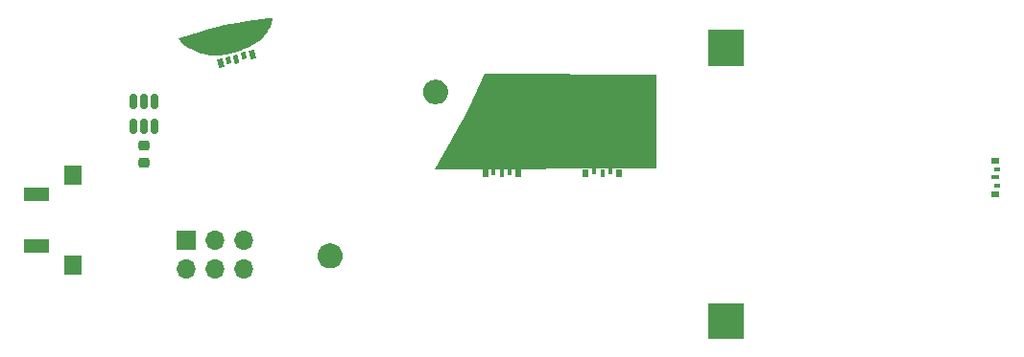
<source format=gbs>
%TF.GenerationSoftware,KiCad,Pcbnew,8.0.5*%
%TF.CreationDate,2025-03-05T17:25:15-08:00*%
%TF.ProjectId,portal-gun,706f7274-616c-42d6-9775-6e2e6b696361,rev?*%
%TF.SameCoordinates,Original*%
%TF.FileFunction,Soldermask,Bot*%
%TF.FilePolarity,Negative*%
%FSLAX46Y46*%
G04 Gerber Fmt 4.6, Leading zero omitted, Abs format (unit mm)*
G04 Created by KiCad (PCBNEW 8.0.5) date 2025-03-05 17:25:15*
%MOMM*%
%LPD*%
G01*
G04 APERTURE LIST*
G04 Aperture macros list*
%AMRoundRect*
0 Rectangle with rounded corners*
0 $1 Rounding radius*
0 $2 $3 $4 $5 $6 $7 $8 $9 X,Y pos of 4 corners*
0 Add a 4 corners polygon primitive as box body*
4,1,4,$2,$3,$4,$5,$6,$7,$8,$9,$2,$3,0*
0 Add four circle primitives for the rounded corners*
1,1,$1+$1,$2,$3*
1,1,$1+$1,$4,$5*
1,1,$1+$1,$6,$7*
1,1,$1+$1,$8,$9*
0 Add four rect primitives between the rounded corners*
20,1,$1+$1,$2,$3,$4,$5,0*
20,1,$1+$1,$4,$5,$6,$7,0*
20,1,$1+$1,$6,$7,$8,$9,0*
20,1,$1+$1,$8,$9,$2,$3,0*%
%AMRotRect*
0 Rectangle, with rotation*
0 The origin of the aperture is its center*
0 $1 length*
0 $2 width*
0 $3 Rotation angle, in degrees counterclockwise*
0 Add horizontal line*
21,1,$1,$2,0,0,$3*%
G04 Aperture macros list end*
%ADD10C,1.000000*%
%ADD11R,2.200000X1.200000*%
%ADD12R,1.510000X1.800000*%
%ADD13RoundRect,0.225000X-0.250000X0.225000X-0.250000X-0.225000X0.250000X-0.225000X0.250000X0.225000X0*%
%ADD14R,0.800000X0.500000*%
%ADD15R,0.600000X0.400000*%
%ADD16R,0.800000X0.400000*%
%ADD17R,0.500000X0.800000*%
%ADD18R,0.400000X0.600000*%
%ADD19R,0.400000X0.800000*%
%ADD20RotRect,0.500000X0.800000X195.000000*%
%ADD21RotRect,0.400000X0.600000X195.000000*%
%ADD22RotRect,0.400000X0.800000X195.000000*%
%ADD23RoundRect,0.150000X-0.150000X0.512500X-0.150000X-0.512500X0.150000X-0.512500X0.150000X0.512500X0*%
%ADD24R,1.700000X1.700000*%
%ADD25O,1.700000X1.700000*%
G04 APERTURE END LIST*
D10*
%TO.C,REF\u002A\u002A*%
X136925000Y-88675000D03*
%TD*%
%TO.C,*%
X146225000Y-74175000D03*
%TD*%
D11*
%TO.C,SW1*%
X111050000Y-87775000D03*
X111050000Y-83275000D03*
D12*
X114250000Y-89525000D03*
X114250000Y-81525000D03*
%TD*%
D13*
%TO.C,C1*%
X120500000Y-80475000D03*
X120500000Y-78925000D03*
%TD*%
D14*
%TO.C,U5*%
X195625000Y-80300000D03*
D15*
X195725000Y-81050000D03*
D16*
X195625000Y-81750000D03*
D15*
X195725000Y-82450000D03*
D14*
X195625000Y-83200000D03*
%TD*%
D17*
%TO.C,U4*%
X159482000Y-81342643D03*
D18*
X160232000Y-81242643D03*
D19*
X160932000Y-81342643D03*
D18*
X161632000Y-81242643D03*
D17*
X162382000Y-81342643D03*
%TD*%
%TO.C,U3*%
X150607000Y-81392643D03*
D18*
X151357000Y-81292643D03*
D19*
X152057000Y-81392643D03*
D18*
X152757000Y-81292643D03*
D17*
X153507000Y-81392643D03*
%TD*%
D20*
%TO.C,U2*%
X127244349Y-71641227D03*
D21*
X127942911Y-71350520D03*
D22*
X128644941Y-71265939D03*
D21*
X129295207Y-70988173D03*
D20*
X130045533Y-70890652D03*
%TD*%
D23*
%TO.C,U1*%
X119550000Y-74987500D03*
X120500000Y-74987500D03*
X121450000Y-74987500D03*
X121450000Y-77262500D03*
X120500000Y-77262500D03*
X119550000Y-77262500D03*
%TD*%
D24*
%TO.C,J1*%
X124195000Y-87260000D03*
D25*
X124195000Y-89800000D03*
X126735000Y-87260000D03*
X126735000Y-89800000D03*
X129275000Y-87260000D03*
X129275000Y-89800000D03*
%TD*%
G36*
X165704937Y-72686548D02*
G01*
X165705519Y-72687133D01*
X165705519Y-80914533D01*
X165704936Y-80915118D01*
X146184013Y-80996059D01*
X146183434Y-80995049D01*
X146944519Y-79707456D01*
X147620345Y-78513253D01*
X148222541Y-77399520D01*
X148762372Y-76353955D01*
X149251143Y-75364188D01*
X149700150Y-74417868D01*
X150524169Y-72605881D01*
X150524667Y-72605562D01*
X165704937Y-72686548D01*
G37*
G36*
X173451600Y-68698874D02*
G01*
X173454990Y-68707057D01*
X173454990Y-71858911D01*
X173451600Y-71867094D01*
X173443417Y-71870484D01*
X170291563Y-71870484D01*
X170283380Y-71867094D01*
X170279990Y-71858911D01*
X170279990Y-68707057D01*
X170283380Y-68698874D01*
X170291563Y-68695484D01*
X173443417Y-68695484D01*
X173451600Y-68698874D01*
G37*
G36*
X173421610Y-92853390D02*
G01*
X173425000Y-92861573D01*
X173425000Y-96013427D01*
X173421610Y-96021610D01*
X173413427Y-96025000D01*
X170261573Y-96025000D01*
X170253390Y-96021610D01*
X170250000Y-96013427D01*
X170250000Y-92861573D01*
X170253390Y-92853390D01*
X170261573Y-92850000D01*
X173413427Y-92850000D01*
X173421610Y-92853390D01*
G37*
G36*
X137027549Y-87579889D02*
G01*
X137224972Y-87616794D01*
X137227026Y-87617378D01*
X137414314Y-87689933D01*
X137416225Y-87690885D01*
X137586983Y-87796615D01*
X137588688Y-87797902D01*
X137737121Y-87933216D01*
X137738559Y-87934795D01*
X137859589Y-88095064D01*
X137860714Y-88096880D01*
X137950242Y-88276678D01*
X137951013Y-88278669D01*
X138005975Y-88471841D01*
X138006368Y-88473940D01*
X138024901Y-88673932D01*
X138024901Y-88676068D01*
X138006368Y-88876059D01*
X138005975Y-88878158D01*
X137951013Y-89071330D01*
X137950242Y-89073321D01*
X137860714Y-89253119D01*
X137859589Y-89254935D01*
X137738559Y-89415204D01*
X137737121Y-89416783D01*
X137588688Y-89552097D01*
X137586983Y-89553384D01*
X137416225Y-89659114D01*
X137414314Y-89660066D01*
X137227026Y-89732621D01*
X137224972Y-89733205D01*
X137027549Y-89770111D01*
X137025422Y-89770308D01*
X136824578Y-89770308D01*
X136822451Y-89770111D01*
X136625027Y-89733205D01*
X136622973Y-89732621D01*
X136435685Y-89660066D01*
X136433774Y-89659114D01*
X136263016Y-89553384D01*
X136261311Y-89552097D01*
X136112878Y-89416783D01*
X136111440Y-89415204D01*
X135990410Y-89254935D01*
X135989285Y-89253119D01*
X135899757Y-89073321D01*
X135898986Y-89071330D01*
X135844024Y-88878158D01*
X135843631Y-88876059D01*
X135825098Y-88676068D01*
X135825098Y-88673932D01*
X135843631Y-88473940D01*
X135844024Y-88471841D01*
X135898986Y-88278669D01*
X135899757Y-88276678D01*
X135989285Y-88096880D01*
X135990410Y-88095064D01*
X136111440Y-87934795D01*
X136112878Y-87933216D01*
X136261311Y-87797902D01*
X136263016Y-87796615D01*
X136433774Y-87690885D01*
X136435685Y-87689933D01*
X136622973Y-87617378D01*
X136625027Y-87616794D01*
X136822451Y-87579889D01*
X136824578Y-87579692D01*
X137025422Y-87579692D01*
X137027549Y-87579889D01*
G37*
G36*
X146327549Y-73079889D02*
G01*
X146524972Y-73116794D01*
X146527026Y-73117378D01*
X146714314Y-73189933D01*
X146716225Y-73190885D01*
X146886983Y-73296615D01*
X146888688Y-73297902D01*
X147037121Y-73433216D01*
X147038559Y-73434795D01*
X147159589Y-73595064D01*
X147160714Y-73596880D01*
X147250242Y-73776678D01*
X147251013Y-73778669D01*
X147305975Y-73971841D01*
X147306368Y-73973940D01*
X147324901Y-74173932D01*
X147324901Y-74176068D01*
X147306368Y-74376059D01*
X147305975Y-74378158D01*
X147251013Y-74571330D01*
X147250242Y-74573321D01*
X147160714Y-74753119D01*
X147159589Y-74754935D01*
X147038559Y-74915204D01*
X147037121Y-74916783D01*
X146888688Y-75052097D01*
X146886983Y-75053384D01*
X146716225Y-75159114D01*
X146714314Y-75160066D01*
X146527026Y-75232621D01*
X146524972Y-75233205D01*
X146327549Y-75270111D01*
X146325422Y-75270308D01*
X146124578Y-75270308D01*
X146122451Y-75270111D01*
X145925027Y-75233205D01*
X145922973Y-75232621D01*
X145735685Y-75160066D01*
X145733774Y-75159114D01*
X145563016Y-75053384D01*
X145561311Y-75052097D01*
X145412878Y-74916783D01*
X145411440Y-74915204D01*
X145290410Y-74754935D01*
X145289285Y-74753119D01*
X145199757Y-74573321D01*
X145198986Y-74571330D01*
X145144024Y-74378158D01*
X145143631Y-74376059D01*
X145125098Y-74176068D01*
X145125098Y-74173932D01*
X145143631Y-73973940D01*
X145144024Y-73971841D01*
X145198986Y-73778669D01*
X145199757Y-73776678D01*
X145289285Y-73596880D01*
X145290410Y-73595064D01*
X145411440Y-73434795D01*
X145412878Y-73433216D01*
X145561311Y-73297902D01*
X145563016Y-73296615D01*
X145733774Y-73190885D01*
X145735685Y-73189933D01*
X145922973Y-73117378D01*
X145925027Y-73116794D01*
X146122451Y-73079889D01*
X146124578Y-73079692D01*
X146325422Y-73079692D01*
X146327549Y-73079889D01*
G37*
G36*
X131848464Y-67642678D02*
G01*
X131852824Y-67650388D01*
X131852877Y-67652669D01*
X131846566Y-67736087D01*
X131846466Y-67736964D01*
X131829061Y-67850768D01*
X131828911Y-67851560D01*
X131794998Y-68002206D01*
X131794772Y-68003058D01*
X131738859Y-68185324D01*
X131738541Y-68186225D01*
X131655133Y-68394900D01*
X131654712Y-68395832D01*
X131538304Y-68625762D01*
X131537772Y-68626702D01*
X131382770Y-68872848D01*
X131382303Y-68873533D01*
X131288772Y-69000830D01*
X131288425Y-69001280D01*
X131183094Y-69130799D01*
X131182722Y-69131234D01*
X131065013Y-69262180D01*
X131064619Y-69262597D01*
X130933830Y-69394335D01*
X130933417Y-69394731D01*
X130788849Y-69526621D01*
X130788420Y-69526993D01*
X130629402Y-69658369D01*
X130628961Y-69658716D01*
X130454767Y-69788958D01*
X130454317Y-69789277D01*
X130264281Y-69917716D01*
X130263827Y-69918008D01*
X130057251Y-70044000D01*
X130056795Y-70044264D01*
X129833000Y-70167153D01*
X129832547Y-70167390D01*
X129590774Y-70286561D01*
X129590325Y-70286770D01*
X129329971Y-70401527D01*
X129329529Y-70401711D01*
X129049847Y-70511430D01*
X129049416Y-70511589D01*
X128749747Y-70615607D01*
X128749327Y-70615744D01*
X128428952Y-70713420D01*
X128428545Y-70713536D01*
X128086821Y-70804205D01*
X128086346Y-70804320D01*
X127813964Y-70864397D01*
X127813394Y-70864508D01*
X127548868Y-70909084D01*
X127548288Y-70909167D01*
X127291619Y-70939144D01*
X127291031Y-70939197D01*
X127042328Y-70955465D01*
X127041739Y-70955489D01*
X126800972Y-70958944D01*
X126800385Y-70958937D01*
X126567696Y-70950472D01*
X126567116Y-70950437D01*
X126342462Y-70930939D01*
X126341893Y-70930875D01*
X126125394Y-70901238D01*
X126124840Y-70901149D01*
X125916542Y-70862268D01*
X125916006Y-70862154D01*
X125715932Y-70814911D01*
X125715417Y-70814777D01*
X125523626Y-70760062D01*
X125523133Y-70759909D01*
X125339722Y-70698626D01*
X125339254Y-70698459D01*
X125164201Y-70631469D01*
X125163757Y-70631288D01*
X124997196Y-70559514D01*
X124996778Y-70559324D01*
X124838716Y-70483634D01*
X124838322Y-70483436D01*
X124688840Y-70404733D01*
X124688472Y-70404531D01*
X124547600Y-70323690D01*
X124547255Y-70323484D01*
X124415067Y-70241405D01*
X124414746Y-70241198D01*
X124291314Y-70158782D01*
X124291014Y-70158575D01*
X124176425Y-70076739D01*
X124176020Y-70076436D01*
X123973280Y-69917826D01*
X123972798Y-69917428D01*
X123805973Y-69771727D01*
X123805558Y-69771345D01*
X123675099Y-69645690D01*
X123674741Y-69645330D01*
X123581075Y-69546839D01*
X123580705Y-69546431D01*
X123516657Y-69472315D01*
X123513871Y-69463907D01*
X123517846Y-69455992D01*
X123521955Y-69453704D01*
X125012333Y-68987088D01*
X125012541Y-68987025D01*
X126337605Y-68599287D01*
X126337848Y-68599219D01*
X126980081Y-68426386D01*
X126980380Y-68426309D01*
X127547077Y-68289921D01*
X127547537Y-68289820D01*
X128139382Y-68172646D01*
X128139686Y-68172590D01*
X128818441Y-68056951D01*
X128818628Y-68056921D01*
X129533087Y-67947183D01*
X129533213Y-67947164D01*
X130232446Y-67847638D01*
X130232451Y-67847677D01*
X130232567Y-67847621D01*
X131380394Y-67696641D01*
X131380495Y-67696628D01*
X131839929Y-67640309D01*
X131848464Y-67642678D01*
G37*
M02*

</source>
